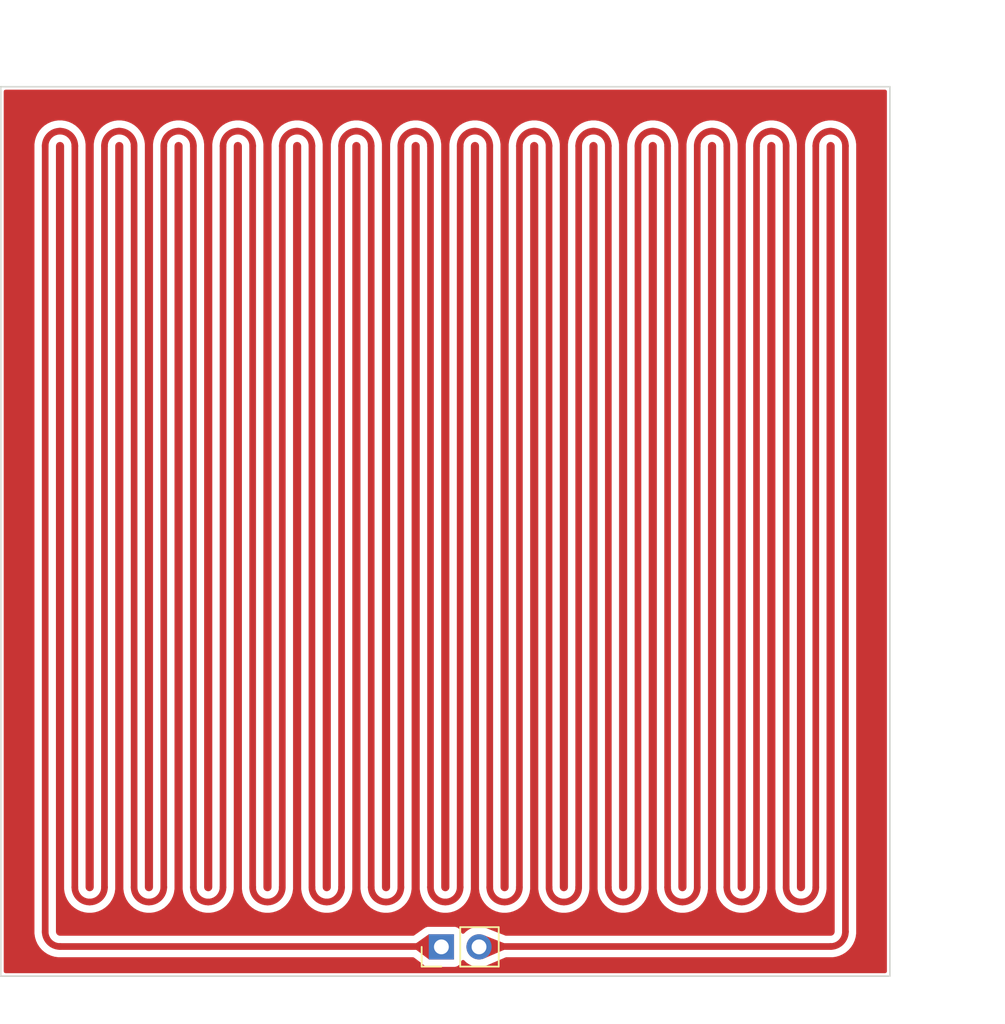
<source format=kicad_pcb>
(kicad_pcb (version 20221018) (generator pcbnew)
  (title_block (title "Reflow Hot-Plate Heatbed 60x60 mm") (date "2023-03-19") (rev "1.0.0") (company "I. Kajdan"))
  (layers (0 "F.Cu" signal) (31 "B.Cu" signal) (37 "F.SilkS" user "F.Silkscreen") (44 "Edge.Cuts" user))
  (net 0 "")
  (net 1 "Net-(J1-Pin_1)")
  (footprint "Connector_PinHeader_2.54mm:PinHeader_1x02_P2.54mm_Vertical" (layer "F.Cu") (at 148.735 131.025 90)
    (fp_text reference "J1" hide)
    (fp_text value "PWR")
    (fp_line (start -1.33 -1.33) (end 0 -1.33) (stroke (width 0.12)) (layer "F.SilkS"))
    (fp_line (start -1.33 0) (end -1.33 -1.33) (stroke (width 0.12)) (layer "F.SilkS"))
    (fp_line (start -1.33 1.27) (end -1.33 3.87) (stroke (width 0.12)) (layer "F.SilkS"))
    (fp_line (start -1.33 1.27) (end 1.33 1.27) (stroke (width 0.12)) (layer "F.SilkS"))
    (fp_line (start -1.33 3.87) (end 1.33 3.87) (stroke (width 0.12)) (layer "F.SilkS"))
    (fp_line (start 1.33 1.27) (end 1.33 3.87) (stroke (width 0.12)) (layer "F.SilkS"))
    (pad "1" thru_hole rect (at 0 0 90) (size 1.7 1.7) (drill 1) (layers "*.Cu" "*.Mask") (net 1 "Net-(J1-Pin_1)"))
    (pad "2" thru_hole oval (at 0 2.54 90) (size 1.7 1.7) (drill 1) (layers "*.Cu" "*.Mask") (net 1 "Net-(J1-Pin_1)"))
  )
  (gr_line (start 179 133) (end 119 133) (stroke (width 0.1)) (layer "Edge.Cuts"))
  (gr_line (start 119 133) (end 119 73) (stroke (width 0.1)) (layer "Edge.Cuts"))
  (gr_line (start 119 73) (end 179 73) (stroke (width 0.1)) (layer "Edge.Cuts"))
  (gr_line (start 179 73) (end 179 133) (stroke (width 0.1)) (layer "Edge.Cuts"))
  (segment (start 152 127) (end 152 77) (width 0.449) (layer "F.Cu") (net 1))
  (segment (start 148.7225 131.0125) (end 148.735 131.025) (width 0.154) (layer "F.Cu") (net 1))
  (segment (start 140 127) (end 140 77) (width 0.449) (layer "F.Cu") (net 1))
  (segment (start 148.71 131) (end 148.735 131.025) (width 0.449) (layer "F.Cu") (net 1))
  (segment (start 126 77) (end 126 127) (width 0.449) (layer "F.Cu") (net 1))
  (segment (start 160 127) (end 160 77) (width 0.449) (layer "F.Cu") (net 1))
  (segment (start 158 77) (end 158 127) (width 0.449) (layer "F.Cu") (net 1))
  (segment (start 151.317677 131) (end 175 131) (width 0.449) (layer "F.Cu") (net 1))
  (segment (start 138 77) (end 138 127) (width 0.449) (layer "F.Cu") (net 1))
  (segment (start 122 77) (end 122 130) (width 0.449) (layer "F.Cu") (net 1))
  (segment (start 150 77) (end 150 127) (width 0.449) (layer "F.Cu") (net 1))
  (segment (start 176 130) (end 176 77) (width 0.449) (layer "F.Cu") (net 1))
  (segment (start 151.275 131.025) (end 151.2875 131.0125) (width 0.449) (layer "F.Cu") (net 1))
  (segment (start 168 127) (end 168 77) (width 0.449) (layer "F.Cu") (net 1))
  (segment (start 172 127) (end 172 77) (width 0.449) (layer "F.Cu") (net 1))
  (segment (start 123 131) (end 148.71 131) (width 0.449) (layer "F.Cu") (net 1))
  (segment (start 154 77) (end 154 127) (width 0.449) (layer "F.Cu") (net 1))
  (segment (start 148 127) (end 148 77) (width 0.449) (layer "F.Cu") (net 1))
  (segment (start 134 77) (end 134 127) (width 0.449) (layer "F.Cu") (net 1))
  (segment (start 128 127) (end 128 77) (width 0.449) (layer "F.Cu") (net 1))
  (segment (start 124 127) (end 124 77) (width 0.449) (layer "F.Cu") (net 1))
  (segment (start 130 77) (end 130 127) (width 0.449) (layer "F.Cu") (net 1))
  (segment (start 164 127) (end 164 77) (width 0.449) (layer "F.Cu") (net 1))
  (segment (start 174 77) (end 174 127) (width 0.449) (layer "F.Cu") (net 1))
  (segment (start 146 77) (end 146 127) (width 0.449) (layer "F.Cu") (net 1))
  (segment (start 136 127) (end 136 77) (width 0.449) (layer "F.Cu") (net 1))
  (segment (start 162 77) (end 162 127) (width 0.449) (layer "F.Cu") (net 1))
  (segment (start 144 127) (end 144 77) (width 0.449) (layer "F.Cu") (net 1))
  (segment (start 132 127) (end 132 77) (width 0.449) (layer "F.Cu") (net 1))
  (segment (start 156 127) (end 156 77) (width 0.449) (layer "F.Cu") (net 1))
  (segment (start 170 77) (end 170 127) (width 0.449) (layer "F.Cu") (net 1))
  (segment (start 166 77) (end 166 127) (width 0.449) (layer "F.Cu") (net 1))
  (segment (start 142 77) (end 142 127) (width 0.449) (layer "F.Cu") (net 1))
  (arc (start 138 127) (mid 137.707106 127.707106) (end 137 128) (width 0.449) (layer "F.Cu") (net 1))
  (arc (start 124 77) (mid 123.707106 76.292893) (end 123 76) (width 0.449) (layer "F.Cu") (net 1))
  (arc (start 162 127) (mid 161.707106 127.707106) (end 161 128) (width 0.449) (layer "F.Cu") (net 1))
  (arc (start 161 128) (mid 160.292893 127.707106) (end 160 127) (width 0.449) (layer "F.Cu") (net 1))
  (arc (start 167 76) (mid 166.292893 76.292893) (end 166 77) (width 0.449) (layer "F.Cu") (net 1))
  (arc (start 151.2875 131.0125) (mid 151.301345 131.003248) (end 151.317677 131) (width 0.449) (layer "F.Cu") (net 1))
  (arc (start 128 77) (mid 127.707106 76.292893) (end 127 76) (width 0.449) (layer "F.Cu") (net 1))
  (arc (start 169 128) (mid 168.292893 127.707106) (end 168 127) (width 0.449) (layer "F.Cu") (net 1))
  (arc (start 152 77) (mid 151.707106 76.292893) (end 151 76) (width 0.449) (layer "F.Cu") (net 1))
  (arc (start 129 128) (mid 128.292893 127.707106) (end 128 127) (width 0.449) (layer "F.Cu") (net 1))
  (arc (start 164 77) (mid 163.707106 76.292893) (end 163 76) (width 0.449) (layer "F.Cu") (net 1))
  (arc (start 132 77) (mid 131.707106 76.292893) (end 131 76) (width 0.449) (layer "F.Cu") (net 1))
  (arc (start 123 76) (mid 122.292893 76.292893) (end 122 77) (width 0.449) (layer "F.Cu") (net 1))
  (arc (start 137 128) (mid 136.292893 127.707106) (end 136 127) (width 0.449) (layer "F.Cu") (net 1))
  (arc (start 168 77) (mid 167.707106 76.292893) (end 167 76) (width 0.449) (layer "F.Cu") (net 1))
  (arc (start 150 127) (mid 149.707106 127.707106) (end 149 128) (width 0.449) (layer "F.Cu") (net 1))
  (arc (start 157 128) (mid 156.292893 127.707106) (end 156 127) (width 0.449) (layer "F.Cu") (net 1))
  (arc (start 141 128) (mid 140.292893 127.707106) (end 140 127) (width 0.449) (layer "F.Cu") (net 1))
  (arc (start 156 77) (mid 155.707106 76.292893) (end 155 76) (width 0.449) (layer "F.Cu") (net 1))
  (arc (start 175 76) (mid 174.292893 76.292893) (end 174 77) (width 0.449) (layer "F.Cu") (net 1))
  (arc (start 136 77) (mid 135.707106 76.292893) (end 135 76) (width 0.449) (layer "F.Cu") (net 1))
  (arc (start 170 127) (mid 169.707106 127.707106) (end 169 128) (width 0.449) (layer "F.Cu") (net 1))
  (arc (start 126 127) (mid 125.707106 127.707106) (end 125 128) (width 0.449) (layer "F.Cu") (net 1))
  (arc (start 153 128) (mid 152.292893 127.707106) (end 152 127) (width 0.449) (layer "F.Cu") (net 1))
  (arc (start 175 131) (mid 175.707106 130.707106) (end 176 130) (width 0.449) (layer "F.Cu") (net 1))
  (arc (start 154 127) (mid 153.707106 127.707106) (end 153 128) (width 0.449) (layer "F.Cu") (net 1))
  (arc (start 148 77) (mid 147.707106 76.292893) (end 147 76) (width 0.449) (layer "F.Cu") (net 1))
  (arc (start 165 128) (mid 164.292893 127.707106) (end 164 127) (width 0.449) (layer "F.Cu") (net 1))
  (arc (start 134 127) (mid 133.707106 127.707106) (end 133 128) (width 0.449) (layer "F.Cu") (net 1))
  (arc (start 133 128) (mid 132.292893 127.707106) (end 132 127) (width 0.449) (layer "F.Cu") (net 1))
  (arc (start 151 76) (mid 150.292893 76.292893) (end 150 77) (width 0.449) (layer "F.Cu") (net 1))
  (arc (start 142 127) (mid 141.707106 127.707106) (end 141 128) (width 0.449) (layer "F.Cu") (net 1))
  (arc (start 173 128) (mid 172.292893 127.707106) (end 172 127) (width 0.449) (layer "F.Cu") (net 1))
  (arc (start 130 127) (mid 129.707106 127.707106) (end 129 128) (width 0.449) (layer "F.Cu") (net 1))
  (arc (start 172 77) (mid 171.707106 76.292893) (end 171 76) (width 0.449) (layer "F.Cu") (net 1))
  (arc (start 122 130) (mid 122.292893 130.707107) (end 123 131) (width 0.449) (layer "F.Cu") (net 1))
  (arc (start 145 128) (mid 144.292893 127.707106) (end 144 127) (width 0.449) (layer "F.Cu") (net 1))
  (arc (start 166 127) (mid 165.707106 127.707106) (end 165 128) (width 0.449) (layer "F.Cu") (net 1))
  (arc (start 146 127) (mid 145.707106 127.707106) (end 145 128) (width 0.449) (layer "F.Cu") (net 1))
  (arc (start 131 76) (mid 130.292893 76.292893) (end 130 77) (width 0.449) (layer "F.Cu") (net 1))
  (arc (start 139 76) (mid 138.292893 76.292893) (end 138 77) (width 0.449) (layer "F.Cu") (net 1))
  (arc (start 143 76) (mid 142.292893 76.292893) (end 142 77) (width 0.449) (layer "F.Cu") (net 1))
  (arc (start 158 127) (mid 157.707106 127.707106) (end 157 128) (width 0.449) (layer "F.Cu") (net 1))
  (arc (start 159 76) (mid 158.292893 76.292893) (end 158 77) (width 0.449) (layer "F.Cu") (net 1))
  (arc (start 147 76) (mid 146.292893 76.292893) (end 146 77) (width 0.449) (layer "F.Cu") (net 1))
  (arc (start 144 77) (mid 143.707106 76.292893) (end 143 76) (width 0.449) (layer "F.Cu") (net 1))
  (arc (start 174 127) (mid 173.707106 127.707106) (end 173 128) (width 0.449) (layer "F.Cu") (net 1))
  (arc (start 160 77) (mid 159.707106 76.292893) (end 159 76) (width 0.449) (layer "F.Cu") (net 1))
  (arc (start 148.7225 131.0125) (mid 148.708654 131.003248) (end 148.692322 131) (width 0.154) (layer "F.Cu") (net 1))
  (arc (start 171 76) (mid 170.292893 76.292893) (end 170 77) (width 0.449) (layer "F.Cu") (net 1))
  (arc (start 176 77) (mid 175.707106 76.292893) (end 175 76) (width 0.449) (layer "F.Cu") (net 1))
  (arc (start 140 77) (mid 139.707106 76.292893) (end 139 76) (width 0.449) (layer "F.Cu") (net 1))
  (arc (start 125 128) (mid 124.292893 127.707106) (end 124 127) (width 0.449) (layer "F.Cu") (net 1))
  (arc (start 155 76) (mid 154.292893 76.292893) (end 154 77) (width 0.449) (layer "F.Cu") (net 1))
  (arc (start 135 76) (mid 134.292893 76.292893) (end 134 77) (width 0.449) (layer "F.Cu") (net 1))
  (arc (start 163 76) (mid 162.292893 76.292893) (end 162 77) (width 0.449) (layer "F.Cu") (net 1))
  (arc (start 127 76) (mid 126.292893 76.292893) (end 126 77) (width 0.449) (layer "F.Cu") (net 1))
  (arc (start 149 128) (mid 148.292893 127.707106) (end 148 127) (width 0.449) (layer "F.Cu") (net 1))
  (zone (net 0) (net_name "") (layer "F.Cu") (connect_pads (clearance 0.5)) (min_thickness 0.25) (fill yes (thermal_gap 0.5) (thermal_bridge_width 0.5) (island_removal_mode 1) (island_area_min 10))
    (polygon (pts (xy 119 73) (xy 179 73) (xy 179 133) (xy 119 133)))
  )
)
</source>
